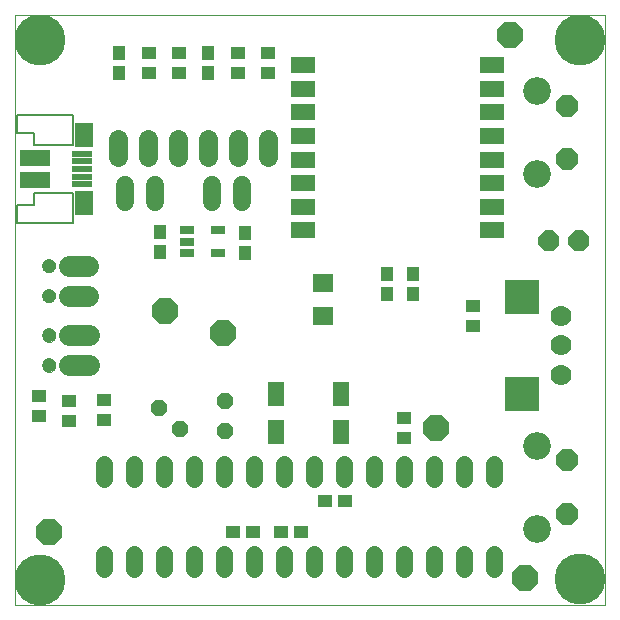
<source format=gbs>
G75*
%MOIN*%
%OFA0B0*%
%FSLAX24Y24*%
%IPPOS*%
%LPD*%
%AMOC8*
5,1,8,0,0,1.08239X$1,22.5*
%
%ADD10C,0.0000*%
%ADD11R,0.0670X0.0591*%
%ADD12R,0.0434X0.0473*%
%ADD13R,0.0473X0.0434*%
%ADD14R,0.0512X0.0257*%
%ADD15C,0.0560*%
%ADD16R,0.0552X0.0788*%
%ADD17R,0.0713X0.0197*%
%ADD18R,0.0615X0.0827*%
%ADD19R,0.1024X0.0581*%
%ADD20C,0.0050*%
%ADD21C,0.0600*%
%ADD22OC8,0.0700*%
%ADD23OC8,0.0890*%
%ADD24OC8,0.0740*%
%ADD25C,0.0925*%
%ADD26C,0.0700*%
%ADD27R,0.1142X0.1142*%
%ADD28C,0.0640*%
%ADD29C,0.0690*%
%ADD30C,0.0473*%
%ADD31OC8,0.0560*%
%ADD32R,0.0827X0.0552*%
%ADD33C,0.1700*%
D10*
X000350Y000350D02*
X000350Y020035D01*
X020035Y020035D01*
X020035Y000350D01*
X000350Y000350D01*
X001267Y008344D02*
X001269Y008373D01*
X001275Y008401D01*
X001284Y008429D01*
X001297Y008455D01*
X001314Y008478D01*
X001333Y008500D01*
X001355Y008519D01*
X001380Y008534D01*
X001406Y008547D01*
X001434Y008555D01*
X001462Y008560D01*
X001491Y008561D01*
X001520Y008558D01*
X001548Y008551D01*
X001575Y008541D01*
X001601Y008527D01*
X001624Y008510D01*
X001645Y008490D01*
X001663Y008467D01*
X001678Y008442D01*
X001689Y008415D01*
X001697Y008387D01*
X001701Y008358D01*
X001701Y008330D01*
X001697Y008301D01*
X001689Y008273D01*
X001678Y008246D01*
X001663Y008221D01*
X001645Y008198D01*
X001624Y008178D01*
X001601Y008161D01*
X001575Y008147D01*
X001548Y008137D01*
X001520Y008130D01*
X001491Y008127D01*
X001462Y008128D01*
X001434Y008133D01*
X001406Y008141D01*
X001380Y008154D01*
X001355Y008169D01*
X001333Y008188D01*
X001314Y008210D01*
X001297Y008233D01*
X001284Y008259D01*
X001275Y008287D01*
X001269Y008315D01*
X001267Y008344D01*
X001267Y009344D02*
X001269Y009373D01*
X001275Y009401D01*
X001284Y009429D01*
X001297Y009455D01*
X001314Y009478D01*
X001333Y009500D01*
X001355Y009519D01*
X001380Y009534D01*
X001406Y009547D01*
X001434Y009555D01*
X001462Y009560D01*
X001491Y009561D01*
X001520Y009558D01*
X001548Y009551D01*
X001575Y009541D01*
X001601Y009527D01*
X001624Y009510D01*
X001645Y009490D01*
X001663Y009467D01*
X001678Y009442D01*
X001689Y009415D01*
X001697Y009387D01*
X001701Y009358D01*
X001701Y009330D01*
X001697Y009301D01*
X001689Y009273D01*
X001678Y009246D01*
X001663Y009221D01*
X001645Y009198D01*
X001624Y009178D01*
X001601Y009161D01*
X001575Y009147D01*
X001548Y009137D01*
X001520Y009130D01*
X001491Y009127D01*
X001462Y009128D01*
X001434Y009133D01*
X001406Y009141D01*
X001380Y009154D01*
X001355Y009169D01*
X001333Y009188D01*
X001314Y009210D01*
X001297Y009233D01*
X001284Y009259D01*
X001275Y009287D01*
X001269Y009315D01*
X001267Y009344D01*
X001259Y010670D02*
X001261Y010699D01*
X001267Y010727D01*
X001276Y010755D01*
X001289Y010781D01*
X001306Y010804D01*
X001325Y010826D01*
X001347Y010845D01*
X001372Y010860D01*
X001398Y010873D01*
X001426Y010881D01*
X001454Y010886D01*
X001483Y010887D01*
X001512Y010884D01*
X001540Y010877D01*
X001567Y010867D01*
X001593Y010853D01*
X001616Y010836D01*
X001637Y010816D01*
X001655Y010793D01*
X001670Y010768D01*
X001681Y010741D01*
X001689Y010713D01*
X001693Y010684D01*
X001693Y010656D01*
X001689Y010627D01*
X001681Y010599D01*
X001670Y010572D01*
X001655Y010547D01*
X001637Y010524D01*
X001616Y010504D01*
X001593Y010487D01*
X001567Y010473D01*
X001540Y010463D01*
X001512Y010456D01*
X001483Y010453D01*
X001454Y010454D01*
X001426Y010459D01*
X001398Y010467D01*
X001372Y010480D01*
X001347Y010495D01*
X001325Y010514D01*
X001306Y010536D01*
X001289Y010559D01*
X001276Y010585D01*
X001267Y010613D01*
X001261Y010641D01*
X001259Y010670D01*
X001259Y011670D02*
X001261Y011699D01*
X001267Y011727D01*
X001276Y011755D01*
X001289Y011781D01*
X001306Y011804D01*
X001325Y011826D01*
X001347Y011845D01*
X001372Y011860D01*
X001398Y011873D01*
X001426Y011881D01*
X001454Y011886D01*
X001483Y011887D01*
X001512Y011884D01*
X001540Y011877D01*
X001567Y011867D01*
X001593Y011853D01*
X001616Y011836D01*
X001637Y011816D01*
X001655Y011793D01*
X001670Y011768D01*
X001681Y011741D01*
X001689Y011713D01*
X001693Y011684D01*
X001693Y011656D01*
X001689Y011627D01*
X001681Y011599D01*
X001670Y011572D01*
X001655Y011547D01*
X001637Y011524D01*
X001616Y011504D01*
X001593Y011487D01*
X001567Y011473D01*
X001540Y011463D01*
X001512Y011456D01*
X001483Y011453D01*
X001454Y011454D01*
X001426Y011459D01*
X001398Y011467D01*
X001372Y011480D01*
X001347Y011495D01*
X001325Y011514D01*
X001306Y011536D01*
X001289Y011559D01*
X001276Y011585D01*
X001267Y011613D01*
X001261Y011641D01*
X001259Y011670D01*
D11*
X010635Y011106D03*
X010635Y010003D03*
D12*
X012755Y010712D03*
X012755Y011381D03*
X013618Y011377D03*
X013618Y010708D03*
X008032Y012093D03*
X008032Y012762D03*
X005179Y012786D03*
X005179Y012117D03*
X003814Y018089D03*
X003814Y018758D03*
X006789Y018758D03*
X006789Y018089D03*
D13*
X007787Y018089D03*
X008807Y018089D03*
X008807Y018758D03*
X007787Y018758D03*
X005812Y018758D03*
X004812Y018758D03*
X004812Y018089D03*
X005812Y018089D03*
X015613Y010319D03*
X015613Y009650D03*
X013327Y006585D03*
X013327Y005916D03*
X011372Y003824D03*
X010703Y003824D03*
X009905Y002795D03*
X009236Y002795D03*
X008277Y002805D03*
X007608Y002805D03*
X003312Y006508D03*
X002169Y006501D03*
X001156Y006643D03*
X001156Y007312D03*
X002169Y007170D03*
X003312Y007177D03*
D14*
X006095Y012096D03*
X006095Y012470D03*
X006095Y012844D03*
X007119Y012844D03*
X007119Y012096D03*
D15*
X007317Y005065D02*
X007317Y004545D01*
X006317Y004545D02*
X006317Y005065D01*
X005317Y005065D02*
X005317Y004545D01*
X004317Y004545D02*
X004317Y005065D01*
X003317Y005065D02*
X003317Y004545D01*
X003317Y002065D02*
X003317Y001545D01*
X004317Y001545D02*
X004317Y002065D01*
X005317Y002065D02*
X005317Y001545D01*
X006317Y001545D02*
X006317Y002065D01*
X007317Y002065D02*
X007317Y001545D01*
X008317Y001545D02*
X008317Y002065D01*
X009317Y002065D02*
X009317Y001545D01*
X010317Y001545D02*
X010317Y002065D01*
X011317Y002065D02*
X011317Y001545D01*
X012317Y001545D02*
X012317Y002065D01*
X013317Y002065D02*
X013317Y001545D01*
X014317Y001545D02*
X014317Y002065D01*
X015317Y002065D02*
X015317Y001545D01*
X016317Y001545D02*
X016317Y002065D01*
X016317Y004545D02*
X016317Y005065D01*
X015317Y005065D02*
X015317Y004545D01*
X014317Y004545D02*
X014317Y005065D01*
X013317Y005065D02*
X013317Y004545D01*
X012317Y004545D02*
X012317Y005065D01*
X011317Y005065D02*
X011317Y004545D01*
X010317Y004545D02*
X010317Y005065D01*
X009317Y005065D02*
X009317Y004545D01*
X008317Y004545D02*
X008317Y005065D01*
D16*
X009049Y006125D03*
X011214Y006125D03*
X011214Y007385D03*
X009049Y007385D03*
D17*
X002598Y014382D03*
X002598Y014638D03*
X002598Y014894D03*
X002598Y015150D03*
X002598Y015406D03*
D18*
X002649Y016036D03*
X002649Y013752D03*
D19*
X001011Y014525D03*
X001011Y015263D03*
D20*
X000980Y015675D02*
X002287Y015675D01*
X002287Y016688D01*
X001267Y016688D01*
X001271Y016688D01*
X000440Y016688D01*
X000437Y016104D01*
X000980Y016104D01*
X000980Y015675D01*
X000980Y014107D02*
X002287Y014107D01*
X002287Y013093D01*
X001267Y013093D01*
X001267Y013092D01*
X000437Y013092D01*
X000437Y013677D01*
X000980Y013677D01*
X000980Y014107D01*
D21*
X004021Y014350D02*
X004021Y013790D01*
X005021Y013790D02*
X005021Y014350D01*
X006916Y014343D02*
X006916Y013783D01*
X007916Y013783D02*
X007916Y014343D01*
D22*
X018157Y012502D03*
X019157Y012502D03*
D23*
X014380Y006269D03*
X007280Y009422D03*
X005350Y010143D03*
X001486Y002777D03*
X017371Y001258D03*
X016850Y019350D03*
D24*
X018753Y016988D03*
X018753Y015208D03*
X018753Y005177D03*
X018753Y003397D03*
D25*
X017773Y002907D03*
X017773Y005667D03*
X017773Y014718D03*
X017773Y017478D03*
D26*
X018568Y009996D03*
X018568Y009011D03*
X018568Y008027D03*
D27*
X017268Y007397D03*
X017268Y010626D03*
D28*
X008804Y015289D02*
X008804Y015889D01*
X007804Y015889D02*
X007804Y015289D01*
X006804Y015289D02*
X006804Y015889D01*
X005804Y015889D02*
X005804Y015289D01*
X004804Y015289D02*
X004804Y015889D01*
X003804Y015889D02*
X003804Y015289D01*
D29*
X002801Y011670D02*
X002151Y011670D01*
X002151Y010670D02*
X002801Y010670D01*
X002809Y009344D02*
X002160Y009344D01*
X002160Y008344D02*
X002809Y008344D01*
D30*
X001484Y008344D03*
X001484Y009344D03*
X001476Y010670D03*
X001476Y011670D03*
D31*
X007351Y007170D03*
X007351Y006170D03*
X005853Y006230D03*
X005153Y006930D03*
D32*
X009950Y012844D03*
X009950Y013631D03*
X009950Y014419D03*
X009950Y015206D03*
X009950Y015994D03*
X009950Y016781D03*
X009950Y017569D03*
X009950Y018356D03*
X016250Y018356D03*
X016250Y017569D03*
X016250Y016781D03*
X016250Y015994D03*
X016250Y015206D03*
X016250Y014419D03*
X016250Y013631D03*
X016250Y012844D03*
D33*
X019182Y019177D03*
X001201Y019175D03*
X001200Y001200D03*
X019179Y001212D03*
M02*

</source>
